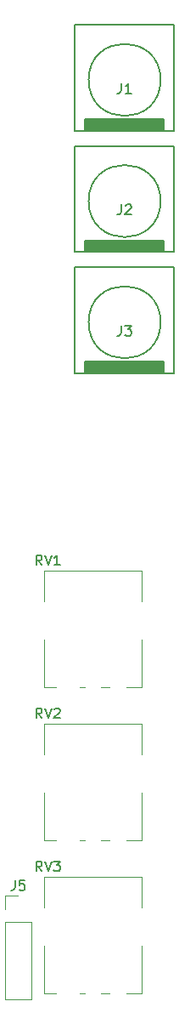
<source format=gbr>
%TF.GenerationSoftware,KiCad,Pcbnew,(6.0.0)*%
%TF.CreationDate,2022-02-22T23:17:02-05:00*%
%TF.ProjectId,LedController1,4c656443-6f6e-4747-926f-6c6c6572312e,rev?*%
%TF.SameCoordinates,Original*%
%TF.FileFunction,Legend,Top*%
%TF.FilePolarity,Positive*%
%FSLAX46Y46*%
G04 Gerber Fmt 4.6, Leading zero omitted, Abs format (unit mm)*
G04 Created by KiCad (PCBNEW (6.0.0)) date 2022-02-22 23:17:02*
%MOMM*%
%LPD*%
G01*
G04 APERTURE LIST*
%ADD10C,0.150000*%
%ADD11C,0.120000*%
G04 APERTURE END LIST*
D10*
%TO.C,RV3*%
X4904761Y-85133380D02*
X4571428Y-84657190D01*
X4333333Y-85133380D02*
X4333333Y-84133380D01*
X4714285Y-84133380D01*
X4809523Y-84181000D01*
X4857142Y-84228619D01*
X4904761Y-84323857D01*
X4904761Y-84466714D01*
X4857142Y-84561952D01*
X4809523Y-84609571D01*
X4714285Y-84657190D01*
X4333333Y-84657190D01*
X5190476Y-84133380D02*
X5523809Y-85133380D01*
X5857142Y-84133380D01*
X6095238Y-84133380D02*
X6714285Y-84133380D01*
X6380952Y-84514333D01*
X6523809Y-84514333D01*
X6619047Y-84561952D01*
X6666666Y-84609571D01*
X6714285Y-84704809D01*
X6714285Y-84942904D01*
X6666666Y-85038142D01*
X6619047Y-85085761D01*
X6523809Y-85133380D01*
X6238095Y-85133380D01*
X6142857Y-85085761D01*
X6095238Y-85038142D01*
%TO.C,RV2*%
X4904761Y-69893380D02*
X4571428Y-69417190D01*
X4333333Y-69893380D02*
X4333333Y-68893380D01*
X4714285Y-68893380D01*
X4809523Y-68941000D01*
X4857142Y-68988619D01*
X4904761Y-69083857D01*
X4904761Y-69226714D01*
X4857142Y-69321952D01*
X4809523Y-69369571D01*
X4714285Y-69417190D01*
X4333333Y-69417190D01*
X5190476Y-68893380D02*
X5523809Y-69893380D01*
X5857142Y-68893380D01*
X6142857Y-68988619D02*
X6190476Y-68941000D01*
X6285714Y-68893380D01*
X6523809Y-68893380D01*
X6619047Y-68941000D01*
X6666666Y-68988619D01*
X6714285Y-69083857D01*
X6714285Y-69179095D01*
X6666666Y-69321952D01*
X6095238Y-69893380D01*
X6714285Y-69893380D01*
%TO.C,RV1*%
X4904761Y-54653380D02*
X4571428Y-54177190D01*
X4333333Y-54653380D02*
X4333333Y-53653380D01*
X4714285Y-53653380D01*
X4809523Y-53701000D01*
X4857142Y-53748619D01*
X4904761Y-53843857D01*
X4904761Y-53986714D01*
X4857142Y-54081952D01*
X4809523Y-54129571D01*
X4714285Y-54177190D01*
X4333333Y-54177190D01*
X5190476Y-53653380D02*
X5523809Y-54653380D01*
X5857142Y-53653380D01*
X6714285Y-54653380D02*
X6142857Y-54653380D01*
X6428571Y-54653380D02*
X6428571Y-53653380D01*
X6333333Y-53796238D01*
X6238095Y-53891476D01*
X6142857Y-53939095D01*
%TO.C,J3*%
X12826666Y-30821380D02*
X12826666Y-31535666D01*
X12779047Y-31678523D01*
X12683809Y-31773761D01*
X12540952Y-31821380D01*
X12445714Y-31821380D01*
X13207619Y-30821380D02*
X13826666Y-30821380D01*
X13493333Y-31202333D01*
X13636190Y-31202333D01*
X13731428Y-31249952D01*
X13779047Y-31297571D01*
X13826666Y-31392809D01*
X13826666Y-31630904D01*
X13779047Y-31726142D01*
X13731428Y-31773761D01*
X13636190Y-31821380D01*
X13350476Y-31821380D01*
X13255238Y-31773761D01*
X13207619Y-31726142D01*
%TO.C,J2*%
X12826666Y-18756380D02*
X12826666Y-19470666D01*
X12779047Y-19613523D01*
X12683809Y-19708761D01*
X12540952Y-19756380D01*
X12445714Y-19756380D01*
X13255238Y-18851619D02*
X13302857Y-18804000D01*
X13398095Y-18756380D01*
X13636190Y-18756380D01*
X13731428Y-18804000D01*
X13779047Y-18851619D01*
X13826666Y-18946857D01*
X13826666Y-19042095D01*
X13779047Y-19184952D01*
X13207619Y-19756380D01*
X13826666Y-19756380D01*
%TO.C,J1*%
X12826666Y-6691380D02*
X12826666Y-7405666D01*
X12779047Y-7548523D01*
X12683809Y-7643761D01*
X12540952Y-7691380D01*
X12445714Y-7691380D01*
X13826666Y-7691380D02*
X13255238Y-7691380D01*
X13540952Y-7691380D02*
X13540952Y-6691380D01*
X13445714Y-6834238D01*
X13350476Y-6929476D01*
X13255238Y-6977095D01*
%TO.C,J5*%
X2206666Y-86022380D02*
X2206666Y-86736666D01*
X2159047Y-86879523D01*
X2063809Y-86974761D01*
X1920952Y-87022380D01*
X1825714Y-87022380D01*
X3159047Y-86022380D02*
X2682857Y-86022380D01*
X2635238Y-86498571D01*
X2682857Y-86450952D01*
X2778095Y-86403333D01*
X3016190Y-86403333D01*
X3111428Y-86450952D01*
X3159047Y-86498571D01*
X3206666Y-86593809D01*
X3206666Y-86831904D01*
X3159047Y-86927142D01*
X3111428Y-86974761D01*
X3016190Y-87022380D01*
X2778095Y-87022380D01*
X2682857Y-86974761D01*
X2635238Y-86927142D01*
D11*
%TO.C,RV3*%
X5130000Y-88771000D02*
X5130000Y-85711000D01*
X14870000Y-88771000D02*
X14870000Y-85711000D01*
X14870000Y-97301000D02*
X13380000Y-97301000D01*
X5120000Y-97301000D02*
X5120000Y-92581000D01*
X6310000Y-97301000D02*
X5130000Y-97301000D01*
X11660000Y-97301000D02*
X10830000Y-97301000D01*
X14870000Y-97301000D02*
X14870000Y-92581000D01*
X9210000Y-97301000D02*
X8680000Y-97301000D01*
X14870000Y-85711000D02*
X5130000Y-85711000D01*
%TO.C,RV2*%
X5130000Y-73531000D02*
X5130000Y-70471000D01*
X14870000Y-73531000D02*
X14870000Y-70471000D01*
X14870000Y-82061000D02*
X13380000Y-82061000D01*
X5120000Y-82061000D02*
X5120000Y-77341000D01*
X6310000Y-82061000D02*
X5130000Y-82061000D01*
X11660000Y-82061000D02*
X10830000Y-82061000D01*
X14870000Y-82061000D02*
X14870000Y-77341000D01*
X9210000Y-82061000D02*
X8680000Y-82061000D01*
X14870000Y-70471000D02*
X5130000Y-70471000D01*
%TO.C,RV1*%
X14870000Y-55231000D02*
X5130000Y-55231000D01*
X9210000Y-66821000D02*
X8680000Y-66821000D01*
X14870000Y-66821000D02*
X14870000Y-62101000D01*
X11660000Y-66821000D02*
X10830000Y-66821000D01*
X6310000Y-66821000D02*
X5130000Y-66821000D01*
X5120000Y-66821000D02*
X5120000Y-62101000D01*
X14870000Y-66821000D02*
X13380000Y-66821000D01*
X14870000Y-58291000D02*
X14870000Y-55231000D01*
X5130000Y-58291000D02*
X5130000Y-55231000D01*
D10*
%TO.C,J3*%
X16752102Y-30480000D02*
G75*
G03*
X16752102Y-30480000I-3592102J0D01*
G01*
X8207000Y-25019000D02*
X18113000Y-25019000D01*
X18113000Y-25019000D02*
X18113000Y-35560000D01*
X18113000Y-35560000D02*
X8207000Y-35560000D01*
X8207000Y-35560000D02*
X8207000Y-25019000D01*
X9223000Y-35560000D02*
X9223000Y-34417000D01*
X9223000Y-34417000D02*
X17097000Y-34417000D01*
X17097000Y-34417000D02*
X17097000Y-35560000D01*
X17097000Y-35560000D02*
X9223000Y-35560000D01*
G36*
X17097000Y-35560000D02*
G01*
X9223000Y-35560000D01*
X9223000Y-34417000D01*
X17097000Y-34417000D01*
X17097000Y-35560000D01*
G37*
X17097000Y-35560000D02*
X9223000Y-35560000D01*
X9223000Y-34417000D01*
X17097000Y-34417000D01*
X17097000Y-35560000D01*
%TO.C,J2*%
X16752102Y-18415000D02*
G75*
G03*
X16752102Y-18415000I-3592102J0D01*
G01*
X8207000Y-12954000D02*
X18113000Y-12954000D01*
X18113000Y-12954000D02*
X18113000Y-23495000D01*
X18113000Y-23495000D02*
X8207000Y-23495000D01*
X8207000Y-23495000D02*
X8207000Y-12954000D01*
X9223000Y-23495000D02*
X9223000Y-22352000D01*
X9223000Y-22352000D02*
X17097000Y-22352000D01*
X17097000Y-22352000D02*
X17097000Y-23495000D01*
X17097000Y-23495000D02*
X9223000Y-23495000D01*
G36*
X17097000Y-23495000D02*
G01*
X9223000Y-23495000D01*
X9223000Y-22352000D01*
X17097000Y-22352000D01*
X17097000Y-23495000D01*
G37*
X17097000Y-23495000D02*
X9223000Y-23495000D01*
X9223000Y-22352000D01*
X17097000Y-22352000D01*
X17097000Y-23495000D01*
%TO.C,J1*%
X16752102Y-6350000D02*
G75*
G03*
X16752102Y-6350000I-3592102J0D01*
G01*
X8207000Y-889000D02*
X18113000Y-889000D01*
X18113000Y-889000D02*
X18113000Y-11430000D01*
X18113000Y-11430000D02*
X8207000Y-11430000D01*
X8207000Y-11430000D02*
X8207000Y-889000D01*
X9223000Y-11430000D02*
X9223000Y-10287000D01*
X9223000Y-10287000D02*
X17097000Y-10287000D01*
X17097000Y-10287000D02*
X17097000Y-11430000D01*
X17097000Y-11430000D02*
X9223000Y-11430000D01*
G36*
X17097000Y-11430000D02*
G01*
X9223000Y-11430000D01*
X9223000Y-10287000D01*
X17097000Y-10287000D01*
X17097000Y-11430000D01*
G37*
X17097000Y-11430000D02*
X9223000Y-11430000D01*
X9223000Y-10287000D01*
X17097000Y-10287000D01*
X17097000Y-11430000D01*
D11*
%TO.C,J5*%
X1210000Y-87570000D02*
X2540000Y-87570000D01*
X1210000Y-88900000D02*
X1210000Y-87570000D01*
X1210000Y-90170000D02*
X3870000Y-90170000D01*
X3870000Y-90170000D02*
X3870000Y-97850000D01*
X1210000Y-90170000D02*
X1210000Y-97850000D01*
X1210000Y-97850000D02*
X3870000Y-97850000D01*
%TD*%
M02*

</source>
